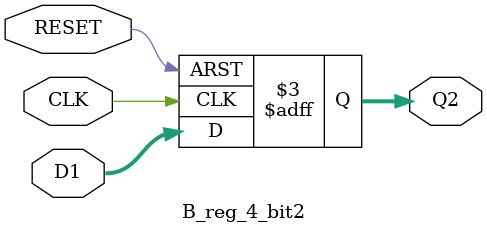
<source format=sv>
module B_reg_4_bit2(
input logic [3:0]D1, 
input logic RESET,
input logic CLK,
output logic [3:0]Q2);


always @(posedge CLK or negedge RESET) 
begin
    if (!RESET)
        Q2 <= 0; 
    else
        
        Q2 <= D1; 
    
end

endmodule


</source>
